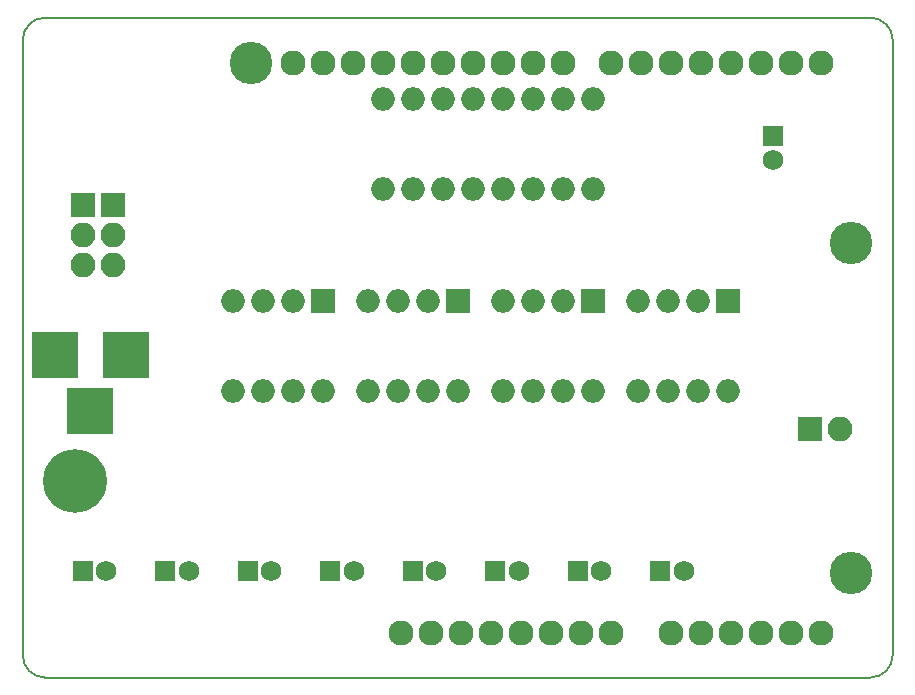
<source format=gbr>
%TF.GenerationSoftware,KiCad,Pcbnew,4.0.7*%
%TF.CreationDate,2018-08-09T22:01:20-06:00*%
%TF.ProjectId,valve_testing,76616C76655F74657374696E672E6B69,rev?*%
%TF.FileFunction,Soldermask,Top*%
%FSLAX46Y46*%
G04 Gerber Fmt 4.6, Leading zero omitted, Abs format (unit mm)*
G04 Created by KiCad (PCBNEW 4.0.7) date Thursday, August 09, 2018 'PMt' 10:01:20 PM*
%MOMM*%
%LPD*%
G01*
G04 APERTURE LIST*
%ADD10C,0.150000*%
%ADD11O,2.127200X2.127200*%
%ADD12C,3.600000*%
%ADD13O,2.000000X2.000000*%
%ADD14R,2.000000X2.000000*%
%ADD15C,5.400000*%
%ADD16R,1.750000X1.750000*%
%ADD17C,1.750000*%
%ADD18R,2.100000X2.100000*%
%ADD19O,2.100000X2.100000*%
%ADD20R,3.900120X3.900120*%
G04 APERTURE END LIST*
D10*
X157480000Y-51435000D02*
X157480000Y-50165000D01*
X83820000Y-51435000D02*
X83820000Y-50165000D01*
X83820000Y-100965000D02*
X83820000Y-102235000D01*
X157480000Y-101092000D02*
X157480000Y-102235000D01*
X83820000Y-51435000D02*
X83820000Y-100965000D01*
X157480000Y-51435000D02*
X157480000Y-101092000D01*
X83820000Y-102235000D02*
G75*
G03X85725000Y-104140000I1905000J0D01*
G01*
X85725000Y-48260000D02*
G75*
G03X83820000Y-50165000I0J-1905000D01*
G01*
X157480000Y-50165000D02*
G75*
G03X155575000Y-48260000I-1905000J0D01*
G01*
X155575000Y-104140000D02*
G75*
G03X157480000Y-102235000I0J1905000D01*
G01*
X155575000Y-48260000D02*
X85725000Y-48260000D01*
X85725000Y-104140000D02*
X155575000Y-104140000D01*
D11*
X138684000Y-100330000D03*
X133604000Y-100330000D03*
X131064000Y-100330000D03*
X128524000Y-100330000D03*
X125984000Y-100330000D03*
X123444000Y-100330000D03*
X120904000Y-100330000D03*
X118364000Y-100330000D03*
X151384000Y-52070000D03*
X148844000Y-52070000D03*
X146304000Y-52070000D03*
X143764000Y-52070000D03*
X141224000Y-52070000D03*
X138684000Y-52070000D03*
X136144000Y-52070000D03*
X133604000Y-52070000D03*
X114300000Y-52070000D03*
X129540000Y-52070000D03*
X127000000Y-52070000D03*
X124460000Y-52070000D03*
D12*
X153924000Y-95250000D03*
X153924000Y-67310000D03*
X103124000Y-52070000D03*
D11*
X106680000Y-52070000D03*
X109220000Y-52070000D03*
X111760000Y-52070000D03*
X116840000Y-52070000D03*
X119380000Y-52070000D03*
X121920000Y-52070000D03*
X115824000Y-100330000D03*
X141224000Y-100330000D03*
X143764000Y-100330000D03*
X146304000Y-100330000D03*
X148844000Y-100330000D03*
X151384000Y-100330000D03*
D13*
X114300000Y-62738000D03*
X116840000Y-62738000D03*
X119380000Y-62738000D03*
X121920000Y-62738000D03*
X124460000Y-62738000D03*
X127000000Y-62738000D03*
X129540000Y-62738000D03*
X132080000Y-62738000D03*
X132080000Y-55118000D03*
X129540000Y-55118000D03*
X127000000Y-55118000D03*
X124460000Y-55118000D03*
X121920000Y-55118000D03*
X119380000Y-55118000D03*
X116840000Y-55118000D03*
X114300000Y-55118000D03*
D14*
X109220000Y-72263000D03*
D13*
X101600000Y-79883000D03*
X106680000Y-72263000D03*
X104140000Y-79883000D03*
X104140000Y-72263000D03*
X106680000Y-79883000D03*
X101600000Y-72263000D03*
X109220000Y-79883000D03*
D14*
X120650000Y-72263000D03*
D13*
X113030000Y-79883000D03*
X118110000Y-72263000D03*
X115570000Y-79883000D03*
X115570000Y-72263000D03*
X118110000Y-79883000D03*
X113030000Y-72263000D03*
X120650000Y-79883000D03*
D14*
X132080000Y-72263000D03*
D13*
X124460000Y-79883000D03*
X129540000Y-72263000D03*
X127000000Y-79883000D03*
X127000000Y-72263000D03*
X129540000Y-79883000D03*
X124460000Y-72263000D03*
X132080000Y-79883000D03*
D14*
X143510000Y-72263000D03*
D13*
X135890000Y-79883000D03*
X140970000Y-72263000D03*
X138430000Y-79883000D03*
X138430000Y-72263000D03*
X140970000Y-79883000D03*
X135890000Y-72263000D03*
X143510000Y-79883000D03*
D15*
X88265000Y-87503000D03*
D16*
X137795000Y-95123000D03*
D17*
X139795000Y-95123000D03*
D18*
X150495000Y-83058000D03*
D19*
X153035000Y-83058000D03*
D16*
X147320000Y-58293000D03*
D17*
X147320000Y-60293000D03*
D16*
X88900000Y-95123000D03*
D17*
X90900000Y-95123000D03*
D16*
X95885000Y-95123000D03*
D17*
X97885000Y-95123000D03*
D16*
X102870000Y-95123000D03*
D17*
X104870000Y-95123000D03*
D16*
X109855000Y-95123000D03*
D17*
X111855000Y-95123000D03*
D16*
X116840000Y-95123000D03*
D17*
X118840000Y-95123000D03*
D16*
X123825000Y-95123000D03*
D17*
X125825000Y-95123000D03*
D16*
X130810000Y-95123000D03*
D17*
X132810000Y-95123000D03*
D18*
X91440000Y-64135000D03*
D19*
X91440000Y-66675000D03*
X91440000Y-69215000D03*
D18*
X88900000Y-64135000D03*
D19*
X88900000Y-66675000D03*
X88900000Y-69215000D03*
D20*
X92560140Y-76835000D03*
X86560660Y-76835000D03*
X89560400Y-81534000D03*
M02*

</source>
